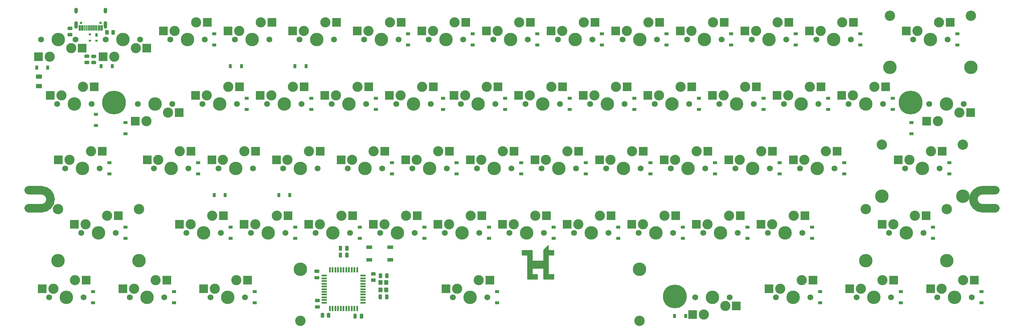
<source format=gbr>
%TF.GenerationSoftware,KiCad,Pcbnew,(5.1.10-1-10_14)*%
%TF.CreationDate,2021-08-25T09:42:14+09:00*%
%TF.ProjectId,pcb,7063622e-6b69-4636-9164-5f7063625858,rev?*%
%TF.SameCoordinates,Original*%
%TF.FileFunction,Soldermask,Bot*%
%TF.FilePolarity,Negative*%
%FSLAX46Y46*%
G04 Gerber Fmt 4.6, Leading zero omitted, Abs format (unit mm)*
G04 Created by KiCad (PCBNEW (5.1.10-1-10_14)) date 2021-08-25 09:42:14*
%MOMM*%
%LPD*%
G01*
G04 APERTURE LIST*
%ADD10C,2.501900*%
%ADD11C,3.987800*%
%ADD12C,3.048000*%
%ADD13R,2.550000X2.500000*%
%ADD14C,1.750000*%
%ADD15C,3.000000*%
%ADD16C,1.000000*%
%ADD17C,7.000240*%
%ADD18C,7.001300*%
%ADD19R,1.200000X1.400000*%
%ADD20C,0.750000*%
%ADD21O,1.100000X2.200000*%
%ADD22O,1.100000X1.700000*%
%ADD23R,1.500000X0.550000*%
%ADD24R,0.550000X1.500000*%
%ADD25R,0.700000X1.000000*%
%ADD26R,0.700000X0.600000*%
%ADD27R,1.800000X1.100000*%
%ADD28R,1.200000X0.900000*%
%ADD29R,0.900000X1.200000*%
%ADD30C,0.254000*%
%ADD31C,0.100000*%
G04 APERTURE END LIST*
D10*
%TO.C,REF\u002A\u002A*%
X24632000Y-83224950D02*
X28432000Y-83224950D01*
X24632000Y-77923050D02*
X28432000Y-77923050D01*
X305832000Y-83224950D02*
X309682000Y-83224950D01*
X305832000Y-77923050D02*
X309632000Y-77923050D01*
X28432000Y-83224950D02*
G75*
G03*
X31082950Y-80574000I0J2650950D01*
G01*
X31082950Y-80574000D02*
G75*
G03*
X28432000Y-77923050I-2650950J0D01*
G01*
X305832000Y-83224950D02*
G75*
G02*
X303181050Y-80574000I0J2650950D01*
G01*
X303181050Y-80574000D02*
G75*
G02*
X305832000Y-77923050I2650950J0D01*
G01*
%TD*%
D11*
%TO.C,MX31*%
X104781350Y-101282500D03*
X204781150Y-101282500D03*
D12*
X104781350Y-116522500D03*
X204781150Y-116522500D03*
D13*
X160623250Y-104457500D03*
X147696250Y-106997500D03*
D14*
X159861250Y-109537500D03*
X149701250Y-109537500D03*
D15*
X150971250Y-106997500D03*
D11*
X154781250Y-109537500D03*
D15*
X157321250Y-104457500D03*
%TD*%
D16*
%TO.C,REF\u002A\u002A*%
X303993522Y-82412478D03*
X305832000Y-83174000D03*
X307874035Y-83174000D03*
X307874035Y-77974000D03*
X305832000Y-77974000D03*
X303993522Y-78735522D03*
X303232000Y-80574000D03*
X26389965Y-83174000D03*
X26389965Y-77974000D03*
X30270478Y-82412478D03*
X30270478Y-78735522D03*
X28432000Y-83174000D03*
X28432000Y-77974000D03*
X31032000Y-80574000D03*
X216332000Y-111574000D03*
X213932000Y-111574000D03*
X213932000Y-106974000D03*
X216332000Y-106974000D03*
X215132000Y-111574000D03*
X215132000Y-106974000D03*
X285882000Y-49657000D03*
X283482000Y-49674000D03*
X283482000Y-54274000D03*
X285882000Y-54274000D03*
X284682000Y-54274000D03*
X284682000Y-49674000D03*
X51458346Y-53600346D03*
X48205654Y-53600346D03*
X51458346Y-50347654D03*
X48205654Y-50347654D03*
X49832000Y-54274000D03*
X52132000Y-51974000D03*
X47532000Y-51974000D03*
X49832000Y-49674000D03*
D17*
X284682000Y-51974000D03*
X215132000Y-109274000D03*
D18*
X49832000Y-51974000D03*
%TD*%
D19*
%TO.C,Y1*%
X130104250Y-107399000D03*
X130104250Y-105199000D03*
X128404250Y-105199000D03*
X128404250Y-107399000D03*
%TD*%
%TO.C,USB1*%
G36*
G01*
X45801000Y-30645000D02*
X45801000Y-29195000D01*
G75*
G02*
X45851000Y-29145000I50000J0D01*
G01*
X46451000Y-29145000D01*
G75*
G02*
X46501000Y-29195000I0J-50000D01*
G01*
X46501000Y-30645000D01*
G75*
G02*
X46451000Y-30695000I-50000J0D01*
G01*
X45851000Y-30695000D01*
G75*
G02*
X45801000Y-30645000I0J50000D01*
G01*
G37*
G36*
G01*
X39351000Y-30645000D02*
X39351000Y-29195000D01*
G75*
G02*
X39401000Y-29145000I50000J0D01*
G01*
X40001000Y-29145000D01*
G75*
G02*
X40051000Y-29195000I0J-50000D01*
G01*
X40051000Y-30645000D01*
G75*
G02*
X40001000Y-30695000I-50000J0D01*
G01*
X39401000Y-30695000D01*
G75*
G02*
X39351000Y-30645000I0J50000D01*
G01*
G37*
G36*
G01*
X45026000Y-30645000D02*
X45026000Y-29195000D01*
G75*
G02*
X45076000Y-29145000I50000J0D01*
G01*
X45676000Y-29145000D01*
G75*
G02*
X45726000Y-29195000I0J-50000D01*
G01*
X45726000Y-30645000D01*
G75*
G02*
X45676000Y-30695000I-50000J0D01*
G01*
X45076000Y-30695000D01*
G75*
G02*
X45026000Y-30645000I0J50000D01*
G01*
G37*
G36*
G01*
X40126000Y-30645000D02*
X40126000Y-29195000D01*
G75*
G02*
X40176000Y-29145000I50000J0D01*
G01*
X40776000Y-29145000D01*
G75*
G02*
X40826000Y-29195000I0J-50000D01*
G01*
X40826000Y-30645000D01*
G75*
G02*
X40776000Y-30695000I-50000J0D01*
G01*
X40176000Y-30695000D01*
G75*
G02*
X40126000Y-30645000I0J50000D01*
G01*
G37*
G36*
G01*
X40976000Y-30645000D02*
X40976000Y-29195000D01*
G75*
G02*
X41026000Y-29145000I50000J0D01*
G01*
X41326000Y-29145000D01*
G75*
G02*
X41376000Y-29195000I0J-50000D01*
G01*
X41376000Y-30645000D01*
G75*
G02*
X41326000Y-30695000I-50000J0D01*
G01*
X41026000Y-30695000D01*
G75*
G02*
X40976000Y-30645000I0J50000D01*
G01*
G37*
G36*
G01*
X44476000Y-30645000D02*
X44476000Y-29195000D01*
G75*
G02*
X44526000Y-29145000I50000J0D01*
G01*
X44826000Y-29145000D01*
G75*
G02*
X44876000Y-29195000I0J-50000D01*
G01*
X44876000Y-30645000D01*
G75*
G02*
X44826000Y-30695000I-50000J0D01*
G01*
X44526000Y-30695000D01*
G75*
G02*
X44476000Y-30645000I0J50000D01*
G01*
G37*
G36*
G01*
X41476000Y-30645000D02*
X41476000Y-29195000D01*
G75*
G02*
X41526000Y-29145000I50000J0D01*
G01*
X41826000Y-29145000D01*
G75*
G02*
X41876000Y-29195000I0J-50000D01*
G01*
X41876000Y-30645000D01*
G75*
G02*
X41826000Y-30695000I-50000J0D01*
G01*
X41526000Y-30695000D01*
G75*
G02*
X41476000Y-30645000I0J50000D01*
G01*
G37*
G36*
G01*
X43976000Y-30645000D02*
X43976000Y-29195000D01*
G75*
G02*
X44026000Y-29145000I50000J0D01*
G01*
X44326000Y-29145000D01*
G75*
G02*
X44376000Y-29195000I0J-50000D01*
G01*
X44376000Y-30645000D01*
G75*
G02*
X44326000Y-30695000I-50000J0D01*
G01*
X44026000Y-30695000D01*
G75*
G02*
X43976000Y-30645000I0J50000D01*
G01*
G37*
G36*
G01*
X41976000Y-30645000D02*
X41976000Y-29195000D01*
G75*
G02*
X42026000Y-29145000I50000J0D01*
G01*
X42326000Y-29145000D01*
G75*
G02*
X42376000Y-29195000I0J-50000D01*
G01*
X42376000Y-30645000D01*
G75*
G02*
X42326000Y-30695000I-50000J0D01*
G01*
X42026000Y-30695000D01*
G75*
G02*
X41976000Y-30645000I0J50000D01*
G01*
G37*
G36*
G01*
X43476000Y-30645000D02*
X43476000Y-29195000D01*
G75*
G02*
X43526000Y-29145000I50000J0D01*
G01*
X43826000Y-29145000D01*
G75*
G02*
X43876000Y-29195000I0J-50000D01*
G01*
X43876000Y-30645000D01*
G75*
G02*
X43826000Y-30695000I-50000J0D01*
G01*
X43526000Y-30695000D01*
G75*
G02*
X43476000Y-30645000I0J50000D01*
G01*
G37*
G36*
G01*
X42976000Y-30645000D02*
X42976000Y-29195000D01*
G75*
G02*
X43026000Y-29145000I50000J0D01*
G01*
X43326000Y-29145000D01*
G75*
G02*
X43376000Y-29195000I0J-50000D01*
G01*
X43376000Y-30645000D01*
G75*
G02*
X43326000Y-30695000I-50000J0D01*
G01*
X43026000Y-30695000D01*
G75*
G02*
X42976000Y-30645000I0J50000D01*
G01*
G37*
G36*
G01*
X42476000Y-30645000D02*
X42476000Y-29195000D01*
G75*
G02*
X42526000Y-29145000I50000J0D01*
G01*
X42826000Y-29145000D01*
G75*
G02*
X42876000Y-29195000I0J-50000D01*
G01*
X42876000Y-30645000D01*
G75*
G02*
X42826000Y-30695000I-50000J0D01*
G01*
X42526000Y-30695000D01*
G75*
G02*
X42476000Y-30645000I0J50000D01*
G01*
G37*
D20*
X45816000Y-28475000D03*
X40036000Y-28475000D03*
D21*
X38606000Y-29005000D03*
X47246000Y-29005000D03*
D22*
X38606000Y-24825000D03*
X47246000Y-24825000D03*
%TD*%
D23*
%TO.C,U2*%
X111775000Y-103156250D03*
X111775000Y-103956250D03*
X111775000Y-104756250D03*
X111775000Y-105556250D03*
X111775000Y-106356250D03*
X111775000Y-107156250D03*
X111775000Y-107956250D03*
X111775000Y-108756250D03*
X111775000Y-109556250D03*
X111775000Y-110356250D03*
X111775000Y-111156250D03*
D24*
X113475000Y-112856250D03*
X114275000Y-112856250D03*
X115075000Y-112856250D03*
X115875000Y-112856250D03*
X116675000Y-112856250D03*
X117475000Y-112856250D03*
X118275000Y-112856250D03*
X119075000Y-112856250D03*
X119875000Y-112856250D03*
X120675000Y-112856250D03*
X121475000Y-112856250D03*
D23*
X123175000Y-111156250D03*
X123175000Y-110356250D03*
X123175000Y-109556250D03*
X123175000Y-108756250D03*
X123175000Y-107956250D03*
X123175000Y-107156250D03*
X123175000Y-106356250D03*
X123175000Y-105556250D03*
X123175000Y-104756250D03*
X123175000Y-103956250D03*
X123175000Y-103156250D03*
D24*
X121475000Y-101456250D03*
X120675000Y-101456250D03*
X119875000Y-101456250D03*
X119075000Y-101456250D03*
X118275000Y-101456250D03*
X117475000Y-101456250D03*
X116675000Y-101456250D03*
X115875000Y-101456250D03*
X115075000Y-101456250D03*
X114275000Y-101456250D03*
X113475000Y-101456250D03*
%TD*%
D25*
%TO.C,U1*%
X44672000Y-32013500D03*
D26*
X42672000Y-31813500D03*
X44672000Y-33713500D03*
X42672000Y-33713500D03*
%TD*%
D27*
%TO.C,SW1*%
X125074750Y-94733500D03*
X131274750Y-98433500D03*
X125074750Y-98433500D03*
X131274750Y-94733500D03*
%TD*%
%TO.C,R6*%
G36*
G01*
X112572750Y-115321502D02*
X112572750Y-114421498D01*
G75*
G02*
X112822748Y-114171500I249998J0D01*
G01*
X113347752Y-114171500D01*
G75*
G02*
X113597750Y-114421498I0J-249998D01*
G01*
X113597750Y-115321502D01*
G75*
G02*
X113347752Y-115571500I-249998J0D01*
G01*
X112822748Y-115571500D01*
G75*
G02*
X112572750Y-115321502I0J249998D01*
G01*
G37*
G36*
G01*
X110747750Y-115321502D02*
X110747750Y-114421498D01*
G75*
G02*
X110997748Y-114171500I249998J0D01*
G01*
X111522752Y-114171500D01*
G75*
G02*
X111772750Y-114421498I0J-249998D01*
G01*
X111772750Y-115321502D01*
G75*
G02*
X111522752Y-115571500I-249998J0D01*
G01*
X110997748Y-115571500D01*
G75*
G02*
X110747750Y-115321502I0J249998D01*
G01*
G37*
%TD*%
%TO.C,R5*%
G36*
G01*
X126719752Y-103168500D02*
X125819748Y-103168500D01*
G75*
G02*
X125569750Y-102918502I0J249998D01*
G01*
X125569750Y-102393498D01*
G75*
G02*
X125819748Y-102143500I249998J0D01*
G01*
X126719752Y-102143500D01*
G75*
G02*
X126969750Y-102393498I0J-249998D01*
G01*
X126969750Y-102918502D01*
G75*
G02*
X126719752Y-103168500I-249998J0D01*
G01*
G37*
G36*
G01*
X126719752Y-104993500D02*
X125819748Y-104993500D01*
G75*
G02*
X125569750Y-104743502I0J249998D01*
G01*
X125569750Y-104218498D01*
G75*
G02*
X125819748Y-103968500I249998J0D01*
G01*
X126719752Y-103968500D01*
G75*
G02*
X126969750Y-104218498I0J-249998D01*
G01*
X126969750Y-104743502D01*
G75*
G02*
X126719752Y-104993500I-249998J0D01*
G01*
G37*
%TD*%
%TO.C,R4*%
G36*
G01*
X44265002Y-38843000D02*
X43364998Y-38843000D01*
G75*
G02*
X43115000Y-38593002I0J249998D01*
G01*
X43115000Y-38067998D01*
G75*
G02*
X43364998Y-37818000I249998J0D01*
G01*
X44265002Y-37818000D01*
G75*
G02*
X44515000Y-38067998I0J-249998D01*
G01*
X44515000Y-38593002D01*
G75*
G02*
X44265002Y-38843000I-249998J0D01*
G01*
G37*
G36*
G01*
X44265002Y-40668000D02*
X43364998Y-40668000D01*
G75*
G02*
X43115000Y-40418002I0J249998D01*
G01*
X43115000Y-39892998D01*
G75*
G02*
X43364998Y-39643000I249998J0D01*
G01*
X44265002Y-39643000D01*
G75*
G02*
X44515000Y-39892998I0J-249998D01*
G01*
X44515000Y-40418002D01*
G75*
G02*
X44265002Y-40668000I-249998J0D01*
G01*
G37*
%TD*%
%TO.C,R3*%
G36*
G01*
X42233002Y-38819500D02*
X41332998Y-38819500D01*
G75*
G02*
X41083000Y-38569502I0J249998D01*
G01*
X41083000Y-38044498D01*
G75*
G02*
X41332998Y-37794500I249998J0D01*
G01*
X42233002Y-37794500D01*
G75*
G02*
X42483000Y-38044498I0J-249998D01*
G01*
X42483000Y-38569502D01*
G75*
G02*
X42233002Y-38819500I-249998J0D01*
G01*
G37*
G36*
G01*
X42233002Y-40644500D02*
X41332998Y-40644500D01*
G75*
G02*
X41083000Y-40394502I0J249998D01*
G01*
X41083000Y-39869498D01*
G75*
G02*
X41332998Y-39619500I249998J0D01*
G01*
X42233002Y-39619500D01*
G75*
G02*
X42483000Y-39869498I0J-249998D01*
G01*
X42483000Y-40394502D01*
G75*
G02*
X42233002Y-40644500I-249998J0D01*
G01*
G37*
%TD*%
%TO.C,R2*%
G36*
G01*
X48241000Y-30791998D02*
X48241000Y-31692002D01*
G75*
G02*
X47991002Y-31942000I-249998J0D01*
G01*
X47465998Y-31942000D01*
G75*
G02*
X47216000Y-31692002I0J249998D01*
G01*
X47216000Y-30791998D01*
G75*
G02*
X47465998Y-30542000I249998J0D01*
G01*
X47991002Y-30542000D01*
G75*
G02*
X48241000Y-30791998I0J-249998D01*
G01*
G37*
G36*
G01*
X50066000Y-30791998D02*
X50066000Y-31692002D01*
G75*
G02*
X49816002Y-31942000I-249998J0D01*
G01*
X49290998Y-31942000D01*
G75*
G02*
X49041000Y-31692002I0J249998D01*
G01*
X49041000Y-30791998D01*
G75*
G02*
X49290998Y-30542000I249998J0D01*
G01*
X49816002Y-30542000D01*
G75*
G02*
X50066000Y-30791998I0J-249998D01*
G01*
G37*
%TD*%
%TO.C,R1*%
G36*
G01*
X36379998Y-31388000D02*
X37280002Y-31388000D01*
G75*
G02*
X37530000Y-31637998I0J-249998D01*
G01*
X37530000Y-32163002D01*
G75*
G02*
X37280002Y-32413000I-249998J0D01*
G01*
X36379998Y-32413000D01*
G75*
G02*
X36130000Y-32163002I0J249998D01*
G01*
X36130000Y-31637998D01*
G75*
G02*
X36379998Y-31388000I249998J0D01*
G01*
G37*
G36*
G01*
X36379998Y-29563000D02*
X37280002Y-29563000D01*
G75*
G02*
X37530000Y-29812998I0J-249998D01*
G01*
X37530000Y-30338002D01*
G75*
G02*
X37280002Y-30588000I-249998J0D01*
G01*
X36379998Y-30588000D01*
G75*
G02*
X36130000Y-30338002I0J249998D01*
G01*
X36130000Y-29812998D01*
G75*
G02*
X36379998Y-29563000I249998J0D01*
G01*
G37*
%TD*%
D13*
%TO.C,MX61*%
X303498250Y-104457500D03*
X290571250Y-106997500D03*
D14*
X302736250Y-109537500D03*
X292576250Y-109537500D03*
D15*
X293846250Y-106997500D03*
D11*
X297656250Y-109537500D03*
D15*
X300196250Y-104457500D03*
%TD*%
D11*
%TO.C,MX60*%
X271430750Y-98742500D03*
X295306750Y-98742500D03*
D12*
X271430750Y-83502500D03*
X295306750Y-83502500D03*
D13*
X289210750Y-85407500D03*
X276283750Y-87947500D03*
D14*
X288448750Y-90487500D03*
X278288750Y-90487500D03*
D15*
X279558750Y-87947500D03*
D11*
X283368750Y-90487500D03*
D15*
X285908750Y-85407500D03*
%TD*%
D11*
%TO.C,MX59*%
X276193250Y-79692500D03*
X300069250Y-79692500D03*
D12*
X276193250Y-64452500D03*
X300069250Y-64452500D03*
D13*
X293973250Y-66357500D03*
X281046250Y-68897500D03*
D14*
X293211250Y-71437500D03*
X283051250Y-71437500D03*
D15*
X284321250Y-68897500D03*
D11*
X288131250Y-71437500D03*
D15*
X290671250Y-66357500D03*
%TD*%
D13*
%TO.C,MX58*%
X289433000Y-57467500D03*
X302360000Y-54927500D03*
D14*
X290195000Y-52387500D03*
X300355000Y-52387500D03*
D15*
X299085000Y-54927500D03*
D11*
X295275000Y-52387500D03*
D15*
X292735000Y-57467500D03*
%TD*%
D11*
%TO.C,MX57*%
X278574500Y-41592500D03*
X302450500Y-41592500D03*
D12*
X278574500Y-26352500D03*
X302450500Y-26352500D03*
D13*
X296354500Y-28257500D03*
X283427500Y-30797500D03*
D14*
X295592500Y-33337500D03*
X285432500Y-33337500D03*
D15*
X286702500Y-30797500D03*
D11*
X290512500Y-33337500D03*
D15*
X293052500Y-28257500D03*
%TD*%
D13*
%TO.C,MX56*%
X279685750Y-104457500D03*
X266758750Y-106997500D03*
D14*
X278923750Y-109537500D03*
X268763750Y-109537500D03*
D15*
X270033750Y-106997500D03*
D11*
X273843750Y-109537500D03*
D15*
X276383750Y-104457500D03*
%TD*%
D13*
%TO.C,MX55*%
X277304500Y-47307500D03*
X264377500Y-49847500D03*
D14*
X276542500Y-52387500D03*
X266382500Y-52387500D03*
D15*
X267652500Y-49847500D03*
D11*
X271462500Y-52387500D03*
D15*
X274002500Y-47307500D03*
%TD*%
D13*
%TO.C,MX54*%
X267779500Y-28257500D03*
X254852500Y-30797500D03*
D14*
X267017500Y-33337500D03*
X256857500Y-33337500D03*
D15*
X258127500Y-30797500D03*
D11*
X261937500Y-33337500D03*
D15*
X264477500Y-28257500D03*
%TD*%
D13*
%TO.C,MX53*%
X255873250Y-104457500D03*
X242946250Y-106997500D03*
D14*
X255111250Y-109537500D03*
X244951250Y-109537500D03*
D15*
X246221250Y-106997500D03*
D11*
X250031250Y-109537500D03*
D15*
X252571250Y-104457500D03*
%TD*%
D13*
%TO.C,MX52*%
X253492000Y-85407500D03*
X240565000Y-87947500D03*
D14*
X252730000Y-90487500D03*
X242570000Y-90487500D03*
D15*
X243840000Y-87947500D03*
D11*
X247650000Y-90487500D03*
D15*
X250190000Y-85407500D03*
%TD*%
D13*
%TO.C,MX51*%
X263017000Y-66357500D03*
X250090000Y-68897500D03*
D14*
X262255000Y-71437500D03*
X252095000Y-71437500D03*
D15*
X253365000Y-68897500D03*
D11*
X257175000Y-71437500D03*
D15*
X259715000Y-66357500D03*
%TD*%
D13*
%TO.C,MX50*%
X258254500Y-47307500D03*
X245327500Y-49847500D03*
D14*
X257492500Y-52387500D03*
X247332500Y-52387500D03*
D15*
X248602500Y-49847500D03*
D11*
X252412500Y-52387500D03*
D15*
X254952500Y-47307500D03*
%TD*%
D13*
%TO.C,MX49*%
X248729500Y-28257500D03*
X235802500Y-30797500D03*
D14*
X247967500Y-33337500D03*
X237807500Y-33337500D03*
D15*
X239077500Y-30797500D03*
D11*
X242887500Y-33337500D03*
D15*
X245427500Y-28257500D03*
%TD*%
D13*
%TO.C,MX48*%
X220376750Y-114617500D03*
X233303750Y-112077500D03*
D14*
X221138750Y-109537500D03*
X231298750Y-109537500D03*
D15*
X230028750Y-112077500D03*
D11*
X226218750Y-109537500D03*
D15*
X223678750Y-114617500D03*
%TD*%
D13*
%TO.C,MX47*%
X234442000Y-85407500D03*
X221515000Y-87947500D03*
D14*
X233680000Y-90487500D03*
X223520000Y-90487500D03*
D15*
X224790000Y-87947500D03*
D11*
X228600000Y-90487500D03*
D15*
X231140000Y-85407500D03*
%TD*%
D13*
%TO.C,MX46*%
X243967000Y-66357500D03*
X231040000Y-68897500D03*
D14*
X243205000Y-71437500D03*
X233045000Y-71437500D03*
D15*
X234315000Y-68897500D03*
D11*
X238125000Y-71437500D03*
D15*
X240665000Y-66357500D03*
%TD*%
D13*
%TO.C,MX45*%
X239204500Y-47307500D03*
X226277500Y-49847500D03*
D14*
X238442500Y-52387500D03*
X228282500Y-52387500D03*
D15*
X229552500Y-49847500D03*
D11*
X233362500Y-52387500D03*
D15*
X235902500Y-47307500D03*
%TD*%
D13*
%TO.C,MX44*%
X229679500Y-28257500D03*
X216752500Y-30797500D03*
D14*
X228917500Y-33337500D03*
X218757500Y-33337500D03*
D15*
X220027500Y-30797500D03*
D11*
X223837500Y-33337500D03*
D15*
X226377500Y-28257500D03*
%TD*%
D13*
%TO.C,MX43*%
X215392000Y-85407500D03*
X202465000Y-87947500D03*
D14*
X214630000Y-90487500D03*
X204470000Y-90487500D03*
D15*
X205740000Y-87947500D03*
D11*
X209550000Y-90487500D03*
D15*
X212090000Y-85407500D03*
%TD*%
D13*
%TO.C,MX42*%
X224917000Y-66357500D03*
X211990000Y-68897500D03*
D14*
X224155000Y-71437500D03*
X213995000Y-71437500D03*
D15*
X215265000Y-68897500D03*
D11*
X219075000Y-71437500D03*
D15*
X221615000Y-66357500D03*
%TD*%
D13*
%TO.C,MX41*%
X220154500Y-47307500D03*
X207227500Y-49847500D03*
D14*
X219392500Y-52387500D03*
X209232500Y-52387500D03*
D15*
X210502500Y-49847500D03*
D11*
X214312500Y-52387500D03*
D15*
X216852500Y-47307500D03*
%TD*%
D13*
%TO.C,MX40*%
X210629500Y-28257500D03*
X197702500Y-30797500D03*
D14*
X209867500Y-33337500D03*
X199707500Y-33337500D03*
D15*
X200977500Y-30797500D03*
D11*
X204787500Y-33337500D03*
D15*
X207327500Y-28257500D03*
%TD*%
D13*
%TO.C,MX39*%
X196342000Y-85407500D03*
X183415000Y-87947500D03*
D14*
X195580000Y-90487500D03*
X185420000Y-90487500D03*
D15*
X186690000Y-87947500D03*
D11*
X190500000Y-90487500D03*
D15*
X193040000Y-85407500D03*
%TD*%
D13*
%TO.C,MX38*%
X205867000Y-66357500D03*
X192940000Y-68897500D03*
D14*
X205105000Y-71437500D03*
X194945000Y-71437500D03*
D15*
X196215000Y-68897500D03*
D11*
X200025000Y-71437500D03*
D15*
X202565000Y-66357500D03*
%TD*%
D13*
%TO.C,MX37*%
X201104500Y-47307500D03*
X188177500Y-49847500D03*
D14*
X200342500Y-52387500D03*
X190182500Y-52387500D03*
D15*
X191452500Y-49847500D03*
D11*
X195262500Y-52387500D03*
D15*
X197802500Y-47307500D03*
%TD*%
D13*
%TO.C,MX36*%
X191579500Y-28257500D03*
X178652500Y-30797500D03*
D14*
X190817500Y-33337500D03*
X180657500Y-33337500D03*
D15*
X181927500Y-30797500D03*
D11*
X185737500Y-33337500D03*
D15*
X188277500Y-28257500D03*
%TD*%
D13*
%TO.C,MX35*%
X177292000Y-85407500D03*
X164365000Y-87947500D03*
D14*
X176530000Y-90487500D03*
X166370000Y-90487500D03*
D15*
X167640000Y-87947500D03*
D11*
X171450000Y-90487500D03*
D15*
X173990000Y-85407500D03*
%TD*%
D13*
%TO.C,MX34*%
X186817000Y-66357500D03*
X173890000Y-68897500D03*
D14*
X186055000Y-71437500D03*
X175895000Y-71437500D03*
D15*
X177165000Y-68897500D03*
D11*
X180975000Y-71437500D03*
D15*
X183515000Y-66357500D03*
%TD*%
D13*
%TO.C,MX33*%
X182054500Y-47307500D03*
X169127500Y-49847500D03*
D14*
X181292500Y-52387500D03*
X171132500Y-52387500D03*
D15*
X172402500Y-49847500D03*
D11*
X176212500Y-52387500D03*
D15*
X178752500Y-47307500D03*
%TD*%
D13*
%TO.C,MX32*%
X172529500Y-28257500D03*
X159602500Y-30797500D03*
D14*
X171767500Y-33337500D03*
X161607500Y-33337500D03*
D15*
X162877500Y-30797500D03*
D11*
X166687500Y-33337500D03*
D15*
X169227500Y-28257500D03*
%TD*%
D13*
%TO.C,MX30*%
X158242000Y-85407500D03*
X145315000Y-87947500D03*
D14*
X157480000Y-90487500D03*
X147320000Y-90487500D03*
D15*
X148590000Y-87947500D03*
D11*
X152400000Y-90487500D03*
D15*
X154940000Y-85407500D03*
%TD*%
D13*
%TO.C,MX29*%
X167767000Y-66357500D03*
X154840000Y-68897500D03*
D14*
X167005000Y-71437500D03*
X156845000Y-71437500D03*
D15*
X158115000Y-68897500D03*
D11*
X161925000Y-71437500D03*
D15*
X164465000Y-66357500D03*
%TD*%
D13*
%TO.C,MX28*%
X163004500Y-47307500D03*
X150077500Y-49847500D03*
D14*
X162242500Y-52387500D03*
X152082500Y-52387500D03*
D15*
X153352500Y-49847500D03*
D11*
X157162500Y-52387500D03*
D15*
X159702500Y-47307500D03*
%TD*%
D13*
%TO.C,MX27*%
X153479500Y-28257500D03*
X140552500Y-30797500D03*
D14*
X152717500Y-33337500D03*
X142557500Y-33337500D03*
D15*
X143827500Y-30797500D03*
D11*
X147637500Y-33337500D03*
D15*
X150177500Y-28257500D03*
%TD*%
D13*
%TO.C,MX26*%
X139192000Y-85407500D03*
X126265000Y-87947500D03*
D14*
X138430000Y-90487500D03*
X128270000Y-90487500D03*
D15*
X129540000Y-87947500D03*
D11*
X133350000Y-90487500D03*
D15*
X135890000Y-85407500D03*
%TD*%
D13*
%TO.C,MX25*%
X148717000Y-66357500D03*
X135790000Y-68897500D03*
D14*
X147955000Y-71437500D03*
X137795000Y-71437500D03*
D15*
X139065000Y-68897500D03*
D11*
X142875000Y-71437500D03*
D15*
X145415000Y-66357500D03*
%TD*%
D13*
%TO.C,MX24*%
X143954500Y-47307500D03*
X131027500Y-49847500D03*
D14*
X143192500Y-52387500D03*
X133032500Y-52387500D03*
D15*
X134302500Y-49847500D03*
D11*
X138112500Y-52387500D03*
D15*
X140652500Y-47307500D03*
%TD*%
D13*
%TO.C,MX23*%
X134429500Y-28257500D03*
X121502500Y-30797500D03*
D14*
X133667500Y-33337500D03*
X123507500Y-33337500D03*
D15*
X124777500Y-30797500D03*
D11*
X128587500Y-33337500D03*
D15*
X131127500Y-28257500D03*
%TD*%
D13*
%TO.C,MX22*%
X120142000Y-85407500D03*
X107215000Y-87947500D03*
D14*
X119380000Y-90487500D03*
X109220000Y-90487500D03*
D15*
X110490000Y-87947500D03*
D11*
X114300000Y-90487500D03*
D15*
X116840000Y-85407500D03*
%TD*%
D13*
%TO.C,MX21*%
X129667000Y-66357500D03*
X116740000Y-68897500D03*
D14*
X128905000Y-71437500D03*
X118745000Y-71437500D03*
D15*
X120015000Y-68897500D03*
D11*
X123825000Y-71437500D03*
D15*
X126365000Y-66357500D03*
%TD*%
D13*
%TO.C,MX20*%
X124904500Y-47307500D03*
X111977500Y-49847500D03*
D14*
X124142500Y-52387500D03*
X113982500Y-52387500D03*
D15*
X115252500Y-49847500D03*
D11*
X119062500Y-52387500D03*
D15*
X121602500Y-47307500D03*
%TD*%
D13*
%TO.C,MX19*%
X115379500Y-28257500D03*
X102452500Y-30797500D03*
D14*
X114617500Y-33337500D03*
X104457500Y-33337500D03*
D15*
X105727500Y-30797500D03*
D11*
X109537500Y-33337500D03*
D15*
X112077500Y-28257500D03*
%TD*%
D13*
%TO.C,MX18*%
X101092000Y-85407500D03*
X88165000Y-87947500D03*
D14*
X100330000Y-90487500D03*
X90170000Y-90487500D03*
D15*
X91440000Y-87947500D03*
D11*
X95250000Y-90487500D03*
D15*
X97790000Y-85407500D03*
%TD*%
D13*
%TO.C,MX17*%
X110617000Y-66357500D03*
X97690000Y-68897500D03*
D14*
X109855000Y-71437500D03*
X99695000Y-71437500D03*
D15*
X100965000Y-68897500D03*
D11*
X104775000Y-71437500D03*
D15*
X107315000Y-66357500D03*
%TD*%
D13*
%TO.C,MX16*%
X105854500Y-47307500D03*
X92927500Y-49847500D03*
D14*
X105092500Y-52387500D03*
X94932500Y-52387500D03*
D15*
X96202500Y-49847500D03*
D11*
X100012500Y-52387500D03*
D15*
X102552500Y-47307500D03*
%TD*%
D13*
%TO.C,MX15*%
X96329500Y-28257500D03*
X83402500Y-30797500D03*
D14*
X95567500Y-33337500D03*
X85407500Y-33337500D03*
D15*
X86677500Y-30797500D03*
D11*
X90487500Y-33337500D03*
D15*
X93027500Y-28257500D03*
%TD*%
D13*
%TO.C,MX14*%
X89185750Y-104457500D03*
X76258750Y-106997500D03*
D14*
X88423750Y-109537500D03*
X78263750Y-109537500D03*
D15*
X79533750Y-106997500D03*
D11*
X83343750Y-109537500D03*
D15*
X85883750Y-104457500D03*
%TD*%
D13*
%TO.C,MX13*%
X82042000Y-85407500D03*
X69115000Y-87947500D03*
D14*
X81280000Y-90487500D03*
X71120000Y-90487500D03*
D15*
X72390000Y-87947500D03*
D11*
X76200000Y-90487500D03*
D15*
X78740000Y-85407500D03*
%TD*%
D13*
%TO.C,MX12*%
X91567000Y-66357500D03*
X78640000Y-68897500D03*
D14*
X90805000Y-71437500D03*
X80645000Y-71437500D03*
D15*
X81915000Y-68897500D03*
D11*
X85725000Y-71437500D03*
D15*
X88265000Y-66357500D03*
%TD*%
D13*
%TO.C,MX11*%
X86804500Y-47307500D03*
X73877500Y-49847500D03*
D14*
X86042500Y-52387500D03*
X75882500Y-52387500D03*
D15*
X77152500Y-49847500D03*
D11*
X80962500Y-52387500D03*
D15*
X83502500Y-47307500D03*
%TD*%
D13*
%TO.C,MX10*%
X77279500Y-28257500D03*
X64352500Y-30797500D03*
D14*
X76517500Y-33337500D03*
X66357500Y-33337500D03*
D15*
X67627500Y-30797500D03*
D11*
X71437500Y-33337500D03*
D15*
X73977500Y-28257500D03*
%TD*%
D13*
%TO.C,MX9*%
X65373250Y-104457500D03*
X52446250Y-106997500D03*
D14*
X64611250Y-109537500D03*
X54451250Y-109537500D03*
D15*
X55721250Y-106997500D03*
D11*
X59531250Y-109537500D03*
D15*
X62071250Y-104457500D03*
%TD*%
D13*
%TO.C,MX8*%
X72517000Y-66357500D03*
X59590000Y-68897500D03*
D14*
X71755000Y-71437500D03*
X61595000Y-71437500D03*
D15*
X62865000Y-68897500D03*
D11*
X66675000Y-71437500D03*
D15*
X69215000Y-66357500D03*
%TD*%
D13*
%TO.C,MX7*%
X56070500Y-57467500D03*
X68997500Y-54927500D03*
D14*
X56832500Y-52387500D03*
X66992500Y-52387500D03*
D15*
X65722500Y-54927500D03*
D11*
X61912500Y-52387500D03*
D15*
X59372500Y-57467500D03*
%TD*%
D13*
%TO.C,MX6*%
X46545500Y-38417500D03*
X59472500Y-35877500D03*
D14*
X47307500Y-33337500D03*
X57467500Y-33337500D03*
D15*
X56197500Y-35877500D03*
D11*
X52387500Y-33337500D03*
D15*
X49847500Y-38417500D03*
%TD*%
D13*
%TO.C,MX5*%
X41560750Y-104457500D03*
X28633750Y-106997500D03*
D14*
X40798750Y-109537500D03*
X30638750Y-109537500D03*
D15*
X31908750Y-106997500D03*
D11*
X35718750Y-109537500D03*
D15*
X38258750Y-104457500D03*
%TD*%
D11*
%TO.C,MX4*%
X33305750Y-98742500D03*
X57181750Y-98742500D03*
D12*
X33305750Y-83502500D03*
X57181750Y-83502500D03*
D13*
X51085750Y-85407500D03*
X38158750Y-87947500D03*
D14*
X50323750Y-90487500D03*
X40163750Y-90487500D03*
D15*
X41433750Y-87947500D03*
D11*
X45243750Y-90487500D03*
D15*
X47783750Y-85407500D03*
%TD*%
D13*
%TO.C,MX3*%
X46323250Y-66357500D03*
X33396250Y-68897500D03*
D14*
X45561250Y-71437500D03*
X35401250Y-71437500D03*
D15*
X36671250Y-68897500D03*
D11*
X40481250Y-71437500D03*
D15*
X43021250Y-66357500D03*
%TD*%
D13*
%TO.C,MX2*%
X43942000Y-47307500D03*
X31015000Y-49847500D03*
D14*
X43180000Y-52387500D03*
X33020000Y-52387500D03*
D15*
X34290000Y-49847500D03*
D11*
X38100000Y-52387500D03*
D15*
X40640000Y-47307500D03*
%TD*%
D13*
%TO.C,MX1*%
X27495500Y-38417500D03*
X40422500Y-35877500D03*
D14*
X28257500Y-33337500D03*
X38417500Y-33337500D03*
D15*
X37147500Y-35877500D03*
D11*
X33337500Y-33337500D03*
D15*
X30797500Y-38417500D03*
%TD*%
%TO.C,F1*%
G36*
G01*
X28311000Y-44945000D02*
X27061000Y-44945000D01*
G75*
G02*
X26811000Y-44695000I0J250000D01*
G01*
X26811000Y-43945000D01*
G75*
G02*
X27061000Y-43695000I250000J0D01*
G01*
X28311000Y-43695000D01*
G75*
G02*
X28561000Y-43945000I0J-250000D01*
G01*
X28561000Y-44695000D01*
G75*
G02*
X28311000Y-44945000I-250000J0D01*
G01*
G37*
G36*
G01*
X28311000Y-47745000D02*
X27061000Y-47745000D01*
G75*
G02*
X26811000Y-47495000I0J250000D01*
G01*
X26811000Y-46745000D01*
G75*
G02*
X27061000Y-46495000I250000J0D01*
G01*
X28311000Y-46495000D01*
G75*
G02*
X28561000Y-46745000I0J-250000D01*
G01*
X28561000Y-47495000D01*
G75*
G02*
X28311000Y-47745000I-250000J0D01*
G01*
G37*
%TD*%
D28*
%TO.C,D61*%
X305593750Y-107887500D03*
X305593750Y-111187500D03*
%TD*%
%TO.C,D60*%
X291306250Y-88837500D03*
X291306250Y-92137500D03*
%TD*%
%TO.C,D59*%
X296068750Y-69787500D03*
X296068750Y-73087500D03*
%TD*%
%TO.C,D58*%
X284956250Y-57881250D03*
X284956250Y-61181250D03*
%TD*%
%TO.C,D57*%
X298450000Y-31687500D03*
X298450000Y-34987500D03*
%TD*%
%TO.C,D56*%
X281781250Y-107887500D03*
X281781250Y-111187500D03*
%TD*%
%TO.C,D55*%
X279400000Y-50737500D03*
X279400000Y-54037500D03*
%TD*%
%TO.C,D54*%
X269875000Y-31687500D03*
X269875000Y-34987500D03*
%TD*%
%TO.C,D53*%
X257968750Y-107887500D03*
X257968750Y-111187500D03*
%TD*%
%TO.C,D52*%
X255587500Y-88837500D03*
X255587500Y-92137500D03*
%TD*%
%TO.C,D51*%
X265112500Y-69787500D03*
X265112500Y-73087500D03*
%TD*%
%TO.C,D50*%
X260350000Y-50737500D03*
X260350000Y-54037500D03*
%TD*%
%TO.C,D49*%
X250825000Y-31687500D03*
X250825000Y-34987500D03*
%TD*%
D29*
%TO.C,D48*%
X218343750Y-115093750D03*
X215043750Y-115093750D03*
%TD*%
D28*
%TO.C,D47*%
X236537500Y-88837500D03*
X236537500Y-92137500D03*
%TD*%
%TO.C,D46*%
X246062500Y-69787500D03*
X246062500Y-73087500D03*
%TD*%
%TO.C,D45*%
X241300000Y-50737500D03*
X241300000Y-54037500D03*
%TD*%
%TO.C,D44*%
X231775000Y-31687500D03*
X231775000Y-34987500D03*
%TD*%
%TO.C,D43*%
X217487500Y-88837500D03*
X217487500Y-92137500D03*
%TD*%
%TO.C,D42*%
X227012500Y-69787500D03*
X227012500Y-73087500D03*
%TD*%
%TO.C,D41*%
X222250000Y-50737500D03*
X222250000Y-54037500D03*
%TD*%
%TO.C,D40*%
X212725000Y-31687500D03*
X212725000Y-34987500D03*
%TD*%
%TO.C,D39*%
X198437500Y-88837500D03*
X198437500Y-92137500D03*
%TD*%
%TO.C,D38*%
X207962500Y-69787500D03*
X207962500Y-73087500D03*
%TD*%
%TO.C,D37*%
X203200000Y-50737500D03*
X203200000Y-54037500D03*
%TD*%
%TO.C,D36*%
X193675000Y-31687500D03*
X193675000Y-34987500D03*
%TD*%
%TO.C,D35*%
X179387500Y-88837500D03*
X179387500Y-92137500D03*
%TD*%
%TO.C,D34*%
X188912500Y-69787500D03*
X188912500Y-73087500D03*
%TD*%
%TO.C,D33*%
X184150000Y-50737500D03*
X184150000Y-54037500D03*
%TD*%
%TO.C,D32*%
X174625000Y-31687500D03*
X174625000Y-34987500D03*
%TD*%
%TO.C,D31*%
X162718750Y-107887500D03*
X162718750Y-111187500D03*
%TD*%
%TO.C,D30*%
X160337500Y-88837500D03*
X160337500Y-92137500D03*
%TD*%
%TO.C,D29*%
X169862500Y-69787500D03*
X169862500Y-73087500D03*
%TD*%
%TO.C,D28*%
X165100000Y-50737500D03*
X165100000Y-54037500D03*
%TD*%
%TO.C,D27*%
X155575000Y-31687500D03*
X155575000Y-34987500D03*
%TD*%
%TO.C,D26*%
X141287500Y-88837500D03*
X141287500Y-92137500D03*
%TD*%
%TO.C,D25*%
X150812500Y-69787500D03*
X150812500Y-73087500D03*
%TD*%
%TO.C,D24*%
X146843750Y-50737500D03*
X146843750Y-54037500D03*
%TD*%
%TO.C,D23*%
X136525000Y-31687500D03*
X136525000Y-34987500D03*
%TD*%
%TO.C,D22*%
X122237500Y-88837500D03*
X122237500Y-92137500D03*
%TD*%
%TO.C,D21*%
X131762500Y-69787500D03*
X131762500Y-73087500D03*
%TD*%
%TO.C,D20*%
X127000000Y-50737500D03*
X127000000Y-54037500D03*
%TD*%
D29*
%TO.C,D19*%
X103125000Y-41275000D03*
X106425000Y-41275000D03*
%TD*%
D28*
%TO.C,D18*%
X103187500Y-88837500D03*
X103187500Y-92137500D03*
%TD*%
D29*
%TO.C,D17*%
X98362500Y-79375000D03*
X101662500Y-79375000D03*
%TD*%
D28*
%TO.C,D16*%
X107950000Y-50737500D03*
X107950000Y-54037500D03*
%TD*%
D29*
%TO.C,D15*%
X84075000Y-41275000D03*
X87375000Y-41275000D03*
%TD*%
D28*
%TO.C,D14*%
X91281250Y-107887500D03*
X91281250Y-111187500D03*
%TD*%
%TO.C,D13*%
X84137500Y-88837500D03*
X84137500Y-92137500D03*
%TD*%
D29*
%TO.C,D12*%
X79312500Y-79375000D03*
X82612500Y-79375000D03*
%TD*%
D28*
%TO.C,D11*%
X88900000Y-50737500D03*
X88900000Y-54037500D03*
%TD*%
%TO.C,D10*%
X79375000Y-31687500D03*
X79375000Y-34987500D03*
%TD*%
%TO.C,D9*%
X67468750Y-107887500D03*
X67468750Y-111187500D03*
%TD*%
%TO.C,D8*%
X74612500Y-69787500D03*
X74612500Y-73087500D03*
%TD*%
%TO.C,D7*%
X53181250Y-57881250D03*
X53181250Y-61181250D03*
%TD*%
D29*
%TO.C,D6*%
X45975000Y-41275000D03*
X49275000Y-41275000D03*
%TD*%
D28*
%TO.C,D5*%
X43656250Y-107887500D03*
X43656250Y-111187500D03*
%TD*%
%TO.C,D4*%
X53181250Y-88837500D03*
X53181250Y-92137500D03*
%TD*%
%TO.C,D3*%
X48418750Y-69787500D03*
X48418750Y-73087500D03*
%TD*%
%TO.C,D2*%
X44450000Y-55500000D03*
X44450000Y-58800000D03*
%TD*%
D29*
%TO.C,D1*%
X26987500Y-41656000D03*
X30287500Y-41656000D03*
%TD*%
%TO.C,C7*%
G36*
G01*
X117056750Y-94584500D02*
X117056750Y-95534500D01*
G75*
G02*
X116806750Y-95784500I-250000J0D01*
G01*
X116306750Y-95784500D01*
G75*
G02*
X116056750Y-95534500I0J250000D01*
G01*
X116056750Y-94584500D01*
G75*
G02*
X116306750Y-94334500I250000J0D01*
G01*
X116806750Y-94334500D01*
G75*
G02*
X117056750Y-94584500I0J-250000D01*
G01*
G37*
G36*
G01*
X118956750Y-94584500D02*
X118956750Y-95534500D01*
G75*
G02*
X118706750Y-95784500I-250000J0D01*
G01*
X118206750Y-95784500D01*
G75*
G02*
X117956750Y-95534500I0J250000D01*
G01*
X117956750Y-94584500D01*
G75*
G02*
X118206750Y-94334500I250000J0D01*
G01*
X118706750Y-94334500D01*
G75*
G02*
X118956750Y-94584500I0J-250000D01*
G01*
G37*
%TD*%
%TO.C,C6*%
G36*
G01*
X122274750Y-115600500D02*
X122274750Y-114650500D01*
G75*
G02*
X122524750Y-114400500I250000J0D01*
G01*
X123024750Y-114400500D01*
G75*
G02*
X123274750Y-114650500I0J-250000D01*
G01*
X123274750Y-115600500D01*
G75*
G02*
X123024750Y-115850500I-250000J0D01*
G01*
X122524750Y-115850500D01*
G75*
G02*
X122274750Y-115600500I0J250000D01*
G01*
G37*
G36*
G01*
X120374750Y-115600500D02*
X120374750Y-114650500D01*
G75*
G02*
X120624750Y-114400500I250000J0D01*
G01*
X121124750Y-114400500D01*
G75*
G02*
X121374750Y-114650500I0J-250000D01*
G01*
X121374750Y-115600500D01*
G75*
G02*
X121124750Y-115850500I-250000J0D01*
G01*
X120624750Y-115850500D01*
G75*
G02*
X120374750Y-115600500I0J250000D01*
G01*
G37*
%TD*%
%TO.C,C5*%
G36*
G01*
X117056750Y-96616500D02*
X117056750Y-97566500D01*
G75*
G02*
X116806750Y-97816500I-250000J0D01*
G01*
X116306750Y-97816500D01*
G75*
G02*
X116056750Y-97566500I0J250000D01*
G01*
X116056750Y-96616500D01*
G75*
G02*
X116306750Y-96366500I250000J0D01*
G01*
X116806750Y-96366500D01*
G75*
G02*
X117056750Y-96616500I0J-250000D01*
G01*
G37*
G36*
G01*
X118956750Y-96616500D02*
X118956750Y-97566500D01*
G75*
G02*
X118706750Y-97816500I-250000J0D01*
G01*
X118206750Y-97816500D01*
G75*
G02*
X117956750Y-97566500I0J250000D01*
G01*
X117956750Y-96616500D01*
G75*
G02*
X118206750Y-96366500I250000J0D01*
G01*
X118706750Y-96366500D01*
G75*
G02*
X118956750Y-96616500I0J-250000D01*
G01*
G37*
%TD*%
%TO.C,C4*%
G36*
G01*
X109157750Y-103256500D02*
X110107750Y-103256500D01*
G75*
G02*
X110357750Y-103506500I0J-250000D01*
G01*
X110357750Y-104006500D01*
G75*
G02*
X110107750Y-104256500I-250000J0D01*
G01*
X109157750Y-104256500D01*
G75*
G02*
X108907750Y-104006500I0J250000D01*
G01*
X108907750Y-103506500D01*
G75*
G02*
X109157750Y-103256500I250000J0D01*
G01*
G37*
G36*
G01*
X109157750Y-101356500D02*
X110107750Y-101356500D01*
G75*
G02*
X110357750Y-101606500I0J-250000D01*
G01*
X110357750Y-102106500D01*
G75*
G02*
X110107750Y-102356500I-250000J0D01*
G01*
X109157750Y-102356500D01*
G75*
G02*
X108907750Y-102106500I0J250000D01*
G01*
X108907750Y-101606500D01*
G75*
G02*
X109157750Y-101356500I250000J0D01*
G01*
G37*
%TD*%
%TO.C,C3*%
G36*
G01*
X110234750Y-110992500D02*
X109284750Y-110992500D01*
G75*
G02*
X109034750Y-110742500I0J250000D01*
G01*
X109034750Y-110242500D01*
G75*
G02*
X109284750Y-109992500I250000J0D01*
G01*
X110234750Y-109992500D01*
G75*
G02*
X110484750Y-110242500I0J-250000D01*
G01*
X110484750Y-110742500D01*
G75*
G02*
X110234750Y-110992500I-250000J0D01*
G01*
G37*
G36*
G01*
X110234750Y-112892500D02*
X109284750Y-112892500D01*
G75*
G02*
X109034750Y-112642500I0J250000D01*
G01*
X109034750Y-112142500D01*
G75*
G02*
X109284750Y-111892500I250000J0D01*
G01*
X110234750Y-111892500D01*
G75*
G02*
X110484750Y-112142500I0J-250000D01*
G01*
X110484750Y-112642500D01*
G75*
G02*
X110234750Y-112892500I-250000J0D01*
G01*
G37*
%TD*%
%TO.C,C2*%
G36*
G01*
X128867750Y-102712500D02*
X128867750Y-103662500D01*
G75*
G02*
X128617750Y-103912500I-250000J0D01*
G01*
X128117750Y-103912500D01*
G75*
G02*
X127867750Y-103662500I0J250000D01*
G01*
X127867750Y-102712500D01*
G75*
G02*
X128117750Y-102462500I250000J0D01*
G01*
X128617750Y-102462500D01*
G75*
G02*
X128867750Y-102712500I0J-250000D01*
G01*
G37*
G36*
G01*
X130767750Y-102712500D02*
X130767750Y-103662500D01*
G75*
G02*
X130517750Y-103912500I-250000J0D01*
G01*
X130017750Y-103912500D01*
G75*
G02*
X129767750Y-103662500I0J250000D01*
G01*
X129767750Y-102712500D01*
G75*
G02*
X130017750Y-102462500I250000J0D01*
G01*
X130517750Y-102462500D01*
G75*
G02*
X130767750Y-102712500I0J-250000D01*
G01*
G37*
%TD*%
%TO.C,C1*%
G36*
G01*
X129704250Y-109885500D02*
X129704250Y-108935500D01*
G75*
G02*
X129954250Y-108685500I250000J0D01*
G01*
X130454250Y-108685500D01*
G75*
G02*
X130704250Y-108935500I0J-250000D01*
G01*
X130704250Y-109885500D01*
G75*
G02*
X130454250Y-110135500I-250000J0D01*
G01*
X129954250Y-110135500D01*
G75*
G02*
X129704250Y-109885500I0J250000D01*
G01*
G37*
G36*
G01*
X127804250Y-109885500D02*
X127804250Y-108935500D01*
G75*
G02*
X128054250Y-108685500I250000J0D01*
G01*
X128554250Y-108685500D01*
G75*
G02*
X128804250Y-108935500I0J-250000D01*
G01*
X128804250Y-109885500D01*
G75*
G02*
X128554250Y-110135500I-250000J0D01*
G01*
X128054250Y-110135500D01*
G75*
G02*
X127804250Y-109885500I0J250000D01*
G01*
G37*
%TD*%
D30*
X177800000Y-95535750D02*
X177802440Y-95560526D01*
X177809667Y-95584351D01*
X177821403Y-95606307D01*
X177837197Y-95625553D01*
X177856443Y-95641347D01*
X177878399Y-95653083D01*
X177902224Y-95660310D01*
X177927000Y-95662750D01*
X179387500Y-95662750D01*
X179387500Y-96996250D01*
X177927000Y-96996250D01*
X177902224Y-96998690D01*
X177878399Y-97005917D01*
X177856443Y-97017653D01*
X177837197Y-97033447D01*
X177821403Y-97052693D01*
X177809667Y-97074649D01*
X177802440Y-97098474D01*
X177800000Y-97123250D01*
X177800000Y-102679500D01*
X177802440Y-102704276D01*
X177809667Y-102728101D01*
X177821403Y-102750057D01*
X177837197Y-102769303D01*
X177856443Y-102785097D01*
X177878399Y-102796833D01*
X177902224Y-102804060D01*
X177927000Y-102806500D01*
X179387500Y-102806500D01*
X179387500Y-104140000D01*
X176466500Y-104140000D01*
X176466500Y-101092000D01*
X176464060Y-101067224D01*
X176456833Y-101043399D01*
X176445097Y-101021443D01*
X176429303Y-101002197D01*
X176410057Y-100986403D01*
X176388101Y-100974667D01*
X176364276Y-100967440D01*
X176339500Y-100965000D01*
X173164500Y-100965000D01*
X173139724Y-100967440D01*
X173115899Y-100974667D01*
X173093943Y-100986403D01*
X173074697Y-101002197D01*
X173058903Y-101021443D01*
X173047167Y-101043399D01*
X173039940Y-101067224D01*
X173037500Y-101092000D01*
X173037500Y-102679500D01*
X173039940Y-102704276D01*
X173047167Y-102728101D01*
X173058903Y-102750057D01*
X173074697Y-102769303D01*
X173093943Y-102785097D01*
X173115899Y-102796833D01*
X173139724Y-102804060D01*
X173164500Y-102806500D01*
X174625000Y-102806500D01*
X174625000Y-104140000D01*
X171704000Y-104140000D01*
X171704000Y-97123250D01*
X171701560Y-97098474D01*
X171694333Y-97074649D01*
X171682597Y-97052693D01*
X171666803Y-97033447D01*
X171647557Y-97017653D01*
X171625601Y-97005917D01*
X171601776Y-96998690D01*
X171577000Y-96996250D01*
X170116500Y-96996250D01*
X170116500Y-95662750D01*
X173037500Y-95662750D01*
X173037500Y-98710750D01*
X173039940Y-98735526D01*
X173047167Y-98759351D01*
X173058903Y-98781307D01*
X173074697Y-98800553D01*
X173093943Y-98816347D01*
X173115899Y-98828083D01*
X173139724Y-98835310D01*
X173164500Y-98837750D01*
X176339500Y-98837750D01*
X176364276Y-98835310D01*
X176388101Y-98828083D01*
X176410057Y-98816347D01*
X176429303Y-98800553D01*
X176445097Y-98781307D01*
X176456833Y-98759351D01*
X176464060Y-98735526D01*
X176466500Y-98710750D01*
X176466500Y-95588356D01*
X177800000Y-94254856D01*
X177800000Y-95535750D01*
D31*
G36*
X177800000Y-95535750D02*
G01*
X177802440Y-95560526D01*
X177809667Y-95584351D01*
X177821403Y-95606307D01*
X177837197Y-95625553D01*
X177856443Y-95641347D01*
X177878399Y-95653083D01*
X177902224Y-95660310D01*
X177927000Y-95662750D01*
X179387500Y-95662750D01*
X179387500Y-96996250D01*
X177927000Y-96996250D01*
X177902224Y-96998690D01*
X177878399Y-97005917D01*
X177856443Y-97017653D01*
X177837197Y-97033447D01*
X177821403Y-97052693D01*
X177809667Y-97074649D01*
X177802440Y-97098474D01*
X177800000Y-97123250D01*
X177800000Y-102679500D01*
X177802440Y-102704276D01*
X177809667Y-102728101D01*
X177821403Y-102750057D01*
X177837197Y-102769303D01*
X177856443Y-102785097D01*
X177878399Y-102796833D01*
X177902224Y-102804060D01*
X177927000Y-102806500D01*
X179387500Y-102806500D01*
X179387500Y-104140000D01*
X176466500Y-104140000D01*
X176466500Y-101092000D01*
X176464060Y-101067224D01*
X176456833Y-101043399D01*
X176445097Y-101021443D01*
X176429303Y-101002197D01*
X176410057Y-100986403D01*
X176388101Y-100974667D01*
X176364276Y-100967440D01*
X176339500Y-100965000D01*
X173164500Y-100965000D01*
X173139724Y-100967440D01*
X173115899Y-100974667D01*
X173093943Y-100986403D01*
X173074697Y-101002197D01*
X173058903Y-101021443D01*
X173047167Y-101043399D01*
X173039940Y-101067224D01*
X173037500Y-101092000D01*
X173037500Y-102679500D01*
X173039940Y-102704276D01*
X173047167Y-102728101D01*
X173058903Y-102750057D01*
X173074697Y-102769303D01*
X173093943Y-102785097D01*
X173115899Y-102796833D01*
X173139724Y-102804060D01*
X173164500Y-102806500D01*
X174625000Y-102806500D01*
X174625000Y-104140000D01*
X171704000Y-104140000D01*
X171704000Y-97123250D01*
X171701560Y-97098474D01*
X171694333Y-97074649D01*
X171682597Y-97052693D01*
X171666803Y-97033447D01*
X171647557Y-97017653D01*
X171625601Y-97005917D01*
X171601776Y-96998690D01*
X171577000Y-96996250D01*
X170116500Y-96996250D01*
X170116500Y-95662750D01*
X173037500Y-95662750D01*
X173037500Y-98710750D01*
X173039940Y-98735526D01*
X173047167Y-98759351D01*
X173058903Y-98781307D01*
X173074697Y-98800553D01*
X173093943Y-98816347D01*
X173115899Y-98828083D01*
X173139724Y-98835310D01*
X173164500Y-98837750D01*
X176339500Y-98837750D01*
X176364276Y-98835310D01*
X176388101Y-98828083D01*
X176410057Y-98816347D01*
X176429303Y-98800553D01*
X176445097Y-98781307D01*
X176456833Y-98759351D01*
X176464060Y-98735526D01*
X176466500Y-98710750D01*
X176466500Y-95588356D01*
X177800000Y-94254856D01*
X177800000Y-95535750D01*
G37*
M02*

</source>
